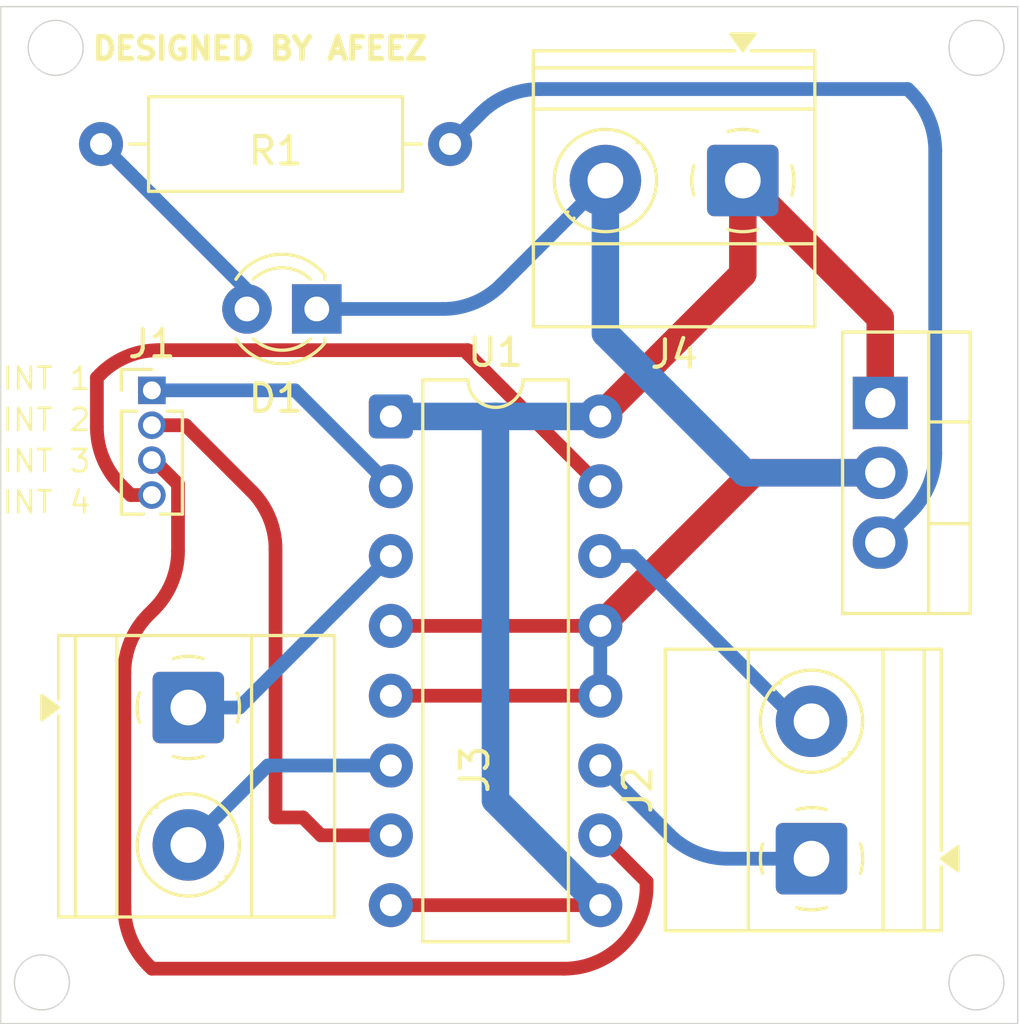
<source format=kicad_pcb>
(kicad_pcb (version 20241229) (generator "pcbnew") (generator_version "9.0")
  (layers (0 "F.Cu" signal) (2 "B.Cu" signal) (13 "F.Paste" user) (15 "B.Paste" user) (5 "F.SilkS" user "F.Silkscreen") (7 "B.SilkS" user "B.Silkscreen") (1 "F.Mask" user) (3 "B.Mask" user) (25 "Edge.Cuts" user))
  (net 0 "")
  (net 1 "GND")
  (net 2 "Net-(D1-A)")
  (net 3 "Net-(J1-Pin_1)")
  (net 4 "Net-(J2-Pin_1)")
  (net 5 "Net-(J2-Pin_2)")
  (net 6 "Net-(J3-Pin_2)")
  (net 7 "Net-(J3-Pin_1)")
  (net 8 "Net-(J4-Pin_1)")
  (net 9 "Net-(U2-OUT)")
  (net 10 "Net-(J1-Pin_2)")
  (net 11 "Net-(J1-Pin_4)")
  (net 12 "Net-(J1-Pin_3)")
  (footprint "TerminalBlock_Phoenix:TerminalBlock_Phoenix_MKDS-1,5-2_1x02_P5.00mm_Horizontal" (layer "F.Cu") (at 232.8275 75 -90)
    (property "Reference" "J3" (at 2.25 -10.4225 270) (layer "F.SilkS"))
    (property "Value" "motor A")
    (fp_line (start -2.62 4.72) (end -0.3 4.72) (stroke (width 0.12)) (layer "F.SilkS"))
    (fp_line (start 0.3 4.72) (end 7.62 4.72) (stroke (width 0.12)) (layer "F.SilkS"))
    (fp_line (start -2.62 4.1) (end 7.62 4.1) (stroke (width 0.12)) (layer "F.SilkS"))
    (fp_line (start -2.62 2.6) (end 7.62 2.6) (stroke (width 0.12)) (layer "F.SilkS"))
    (fp_line (start 3.86 1.367) (end 3.816 1.41) (stroke (width 0.12)) (layer "F.SilkS"))
    (fp_line (start 3.633 1.14) (end 3.589 1.183) (stroke (width 0.12)) (layer "F.SilkS"))
    (fp_line (start 6.411 -1.184) (end 6.367 -1.14) (stroke (width 0.12)) (layer "F.SilkS"))
    (fp_line (start 6.184 -1.411) (end 6.14 -1.367) (stroke (width 0.12)) (layer "F.SilkS"))
    (fp_line (start -2.62 -2.3) (end 7.62 -2.3) (stroke (width 0.12)) (layer "F.SilkS"))
    (fp_line (start -2.62 -5.32) (end -2.62 4.72) (stroke (width 0.12)) (layer "F.SilkS"))
    (fp_line (start -2.62 -5.32) (end 7.62 -5.32) (stroke (width 0.12)) (layer "F.SilkS"))
    (fp_line (start 7.62 -5.32) (end 7.62 4.72) (stroke (width 0.12)) (layer "F.SilkS"))
    (fp_arc (start 0.54 1.78) (mid 0.000355 1.860107) (end -0.539321 1.780206) (stroke (width 0.12)) (layer "F.SilkS"))
    (fp_arc (start -1.78 0.54) (mid -1.860107 0.000355) (end -1.780206 -0.539321) (stroke (width 0.12)) (layer "F.SilkS"))
    (fp_arc (start 1.78 -0.54) (mid 1.860107 -0.000355) (end 1.780206 0.539321) (stroke (width 0.12)) (layer "F.SilkS"))
    (fp_arc (start -0.54 -1.78) (mid -0.000355 -1.860107) (end 0.539321 -1.780206) (stroke (width 0.12)) (layer "F.SilkS"))
    (fp_circle (center 5 0) (end 6.86 0) (stroke (width 0.12)) (fill no) (layer "F.SilkS"))
    (fp_poly (pts (xy 0 4.72) (xy 0.44 5.33) (xy -0.44 5.33) (xy 0 4.72)) (stroke (width 0.12)) (fill yes) (layer "F.SilkS"))
    (pad "1" thru_hole roundrect (at 0 0 270) (size 2.6 2.6) (drill 1.3) (layers "*.Cu" "*.Mask") (roundrect_rratio 0.096154) (net 7 "Net-(J3-Pin_1)"))
    (pad "2" thru_hole circle (at 5 0 270) (size 2.6 2.6) (drill 1.3) (layers "*.Cu" "*.Mask") (net 6 "Net-(J3-Pin_2)"))
  )
  (footprint "TerminalBlock_Phoenix:TerminalBlock_Phoenix_MKDS-1,5-2_1x02_P5.00mm_Horizontal" (layer "F.Cu") (at 255.5 80.5 90)
    (property "Reference" "J2" (at 2.5 -6.32 90) (layer "F.SilkS"))
    (property "Value" "motor B")
    (fp_line (start 7.62 -5.32) (end 7.62 4.72) (stroke (width 0.12)) (layer "F.SilkS"))
    (fp_line (start -2.62 -5.32) (end 7.62 -5.32) (stroke (width 0.12)) (layer "F.SilkS"))
    (fp_line (start -2.62 -5.32) (end -2.62 4.72) (stroke (width 0.12)) (layer "F.SilkS"))
    (fp_line (start -2.62 -2.3) (end 7.62 -2.3) (stroke (width 0.12)) (layer "F.SilkS"))
    (fp_line (start 6.184 -1.411) (end 6.14 -1.367) (stroke (width 0.12)) (layer "F.SilkS"))
    (fp_line (start 6.411 -1.184) (end 6.367 -1.14) (stroke (width 0.12)) (layer "F.SilkS"))
    (fp_line (start 3.633 1.14) (end 3.589 1.183) (stroke (width 0.12)) (layer "F.SilkS"))
    (fp_line (start 3.86 1.367) (end 3.816 1.41) (stroke (width 0.12)) (layer "F.SilkS"))
    (fp_line (start -2.62 2.6) (end 7.62 2.6) (stroke (width 0.12)) (layer "F.SilkS"))
    (fp_line (start -2.62 4.1) (end 7.62 4.1) (stroke (width 0.12)) (layer "F.SilkS"))
    (fp_line (start 0.3 4.72) (end 7.62 4.72) (stroke (width 0.12)) (layer "F.SilkS"))
    (fp_line (start -2.62 4.72) (end -0.3 4.72) (stroke (width 0.12)) (layer "F.SilkS"))
    (fp_arc (start -0.54 -1.78) (mid -0.000355 -1.860107) (end 0.539321 -1.780206) (stroke (width 0.12)) (layer "F.SilkS"))
    (fp_arc (start 1.78 -0.54) (mid 1.860107 -0.000355) (end 1.780206 0.539321) (stroke (width 0.12)) (layer "F.SilkS"))
    (fp_arc (start -1.78 0.54) (mid -1.860107 0.000355) (end -1.780206 -0.539321) (stroke (width 0.12)) (layer "F.SilkS"))
    (fp_arc (start 0.54 1.78) (mid 0.000355 1.860107) (end -0.539321 1.780206) (stroke (width 0.12)) (layer "F.SilkS"))
    (fp_circle (center 5 0) (end 6.86 0) (stroke (width 0.12)) (fill no) (layer "F.SilkS"))
    (fp_poly (pts (xy 0 4.72) (xy 0.44 5.33) (xy -0.44 5.33) (xy 0 4.72)) (stroke (width 0.12)) (fill yes) (layer "F.SilkS"))
    (pad "1" thru_hole roundrect (at 0 0 90) (size 2.6 2.6) (drill 1.3) (layers "*.Cu" "*.Mask") (roundrect_rratio 0.096154) (net 4 "Net-(J2-Pin_1)"))
    (pad "2" thru_hole circle (at 5 0 90) (size 2.6 2.6) (drill 1.3) (layers "*.Cu" "*.Mask") (net 5 "Net-(J2-Pin_2)"))
  )
  (footprint "Resistor_THT:R_Axial_DIN0309_L9.0mm_D3.2mm_P12.70mm_Horizontal" (layer "F.Cu") (at 242.35 54.5 180)
    (property "Reference" "R1" (at 6.35 -0.25 0) (layer "F.SilkS"))
    (property "Value" "1K")
    (fp_line (start 11.66 0) (end 10.97 0) (stroke (width 0.12)) (layer "F.SilkS"))
    (fp_line (start 10.97 1.72) (end 10.97 -1.72) (stroke (width 0.12)) (layer "F.SilkS"))
    (fp_line (start 10.97 -1.72) (end 1.73 -1.72) (stroke (width 0.12)) (layer "F.SilkS"))
    (fp_line (start 1.73 1.72) (end 10.97 1.72) (stroke (width 0.12)) (layer "F.SilkS"))
    (fp_line (start 1.73 -1.72) (end 1.73 1.72) (stroke (width 0.12)) (layer "F.SilkS"))
    (fp_line (start 1.04 0) (end 1.73 0) (stroke (width 0.12)) (layer "F.SilkS"))
    (pad "1" thru_hole circle (at 0 0 180) (size 1.6 1.6) (drill 0.8) (layers "*.Cu" "*.Mask") (net 9 "Net-(U2-OUT)"))
    (pad "2" thru_hole oval (at 12.7 0 180) (size 1.6 1.6) (drill 0.8) (layers "*.Cu" "*.Mask") (net 2 "Net-(D1-A)"))
  )
  (footprint "Package_DIP:DIP-16_W7.62mm" (layer "F.Cu") (at 240.195 64.41)
    (property "Reference" "U1" (at 3.81 -2.33 0) (layer "F.SilkS"))
    (property "Value" "L293D")
    (fp_line (start 1.16 -1.33) (end 1.16 19.11) (stroke (width 0.12)) (layer "F.SilkS"))
    (fp_line (start 1.16 19.11) (end 6.46 19.11) (stroke (width 0.12)) (layer "F.SilkS"))
    (fp_line (start 2.81 -1.33) (end 1.16 -1.33) (stroke (width 0.12)) (layer "F.SilkS"))
    (fp_line (start 6.46 -1.33) (end 4.81 -1.33) (stroke (width 0.12)) (layer "F.SilkS"))
    (fp_line (start 6.46 19.11) (end 6.46 -1.33) (stroke (width 0.12)) (layer "F.SilkS"))
    (fp_arc (start 4.81 -1.33) (mid 3.81 -0.33) (end 2.81 -1.33) (stroke (width 0.12)) (layer "F.SilkS"))
    (pad "1" thru_hole roundrect (at 0 0) (size 1.6 1.6) (drill 0.8) (layers "*.Cu" "*.Mask") (roundrect_rratio 0.15625) (net 8 "Net-(J4-Pin_1)"))
    (pad "2" thru_hole circle (at 0 2.54) (size 1.6 1.6) (drill 0.8) (layers "*.Cu" "*.Mask") (net 3 "Net-(J1-Pin_1)"))
    (pad "3" thru_hole circle (at 0 5.08) (size 1.6 1.6) (drill 0.8) (layers "*.Cu" "*.Mask") (net 7 "Net-(J3-Pin_1)"))
    (pad "4" thru_hole circle (at 0 7.62) (size 1.6 1.6) (drill 0.8) (layers "*.Cu" "*.Mask") (net 1 "GND"))
    (pad "5" thru_hole circle (at 0 10.16) (size 1.6 1.6) (drill 0.8) (layers "*.Cu" "*.Mask") (net 1 "GND"))
    (pad "6" thru_hole circle (at 0 12.7) (size 1.6 1.6) (drill 0.8) (layers "*.Cu" "*.Mask") (net 6 "Net-(J3-Pin_2)"))
    (pad "7" thru_hole circle (at 0 15.24) (size 1.6 1.6) (drill 0.8) (layers "*.Cu" "*.Mask") (net 10 "Net-(J1-Pin_2)"))
    (pad "8" thru_hole circle (at 0 17.78) (size 1.6 1.6) (drill 0.8) (layers "*.Cu" "*.Mask") (net 8 "Net-(J4-Pin_1)"))
    (pad "9" thru_hole circle (at 7.62 17.78) (size 1.6 1.6) (drill 0.8) (layers "*.Cu" "*.Mask") (net 8 "Net-(J4-Pin_1)"))
    (pad "10" thru_hole circle (at 7.62 15.24) (size 1.6 1.6) (drill 0.8) (layers "*.Cu" "*.Mask") (net 12 "Net-(J1-Pin_3)"))
    (pad "11" thru_hole circle (at 7.62 12.7) (size 1.6 1.6) (drill 0.8) (layers "*.Cu" "*.Mask") (net 4 "Net-(J2-Pin_1)"))
    (pad "12" thru_hole circle (at 7.62 10.16) (size 1.6 1.6) (drill 0.8) (layers "*.Cu" "*.Mask") (net 1 "GND"))
    (pad "13" thru_hole circle (at 7.62 7.62) (size 1.6 1.6) (drill 0.8) (layers "*.Cu" "*.Mask") (net 1 "GND"))
    (pad "14" thru_hole circle (at 7.62 5.08) (size 1.6 1.6) (drill 0.8) (layers "*.Cu" "*.Mask") (net 5 "Net-(J2-Pin_2)"))
    (pad "15" thru_hole circle (at 7.62 2.54) (size 1.6 1.6) (drill 0.8) (layers "*.Cu" "*.Mask") (net 11 "Net-(J1-Pin_4)"))
    (pad "16" thru_hole circle (at 7.62 0) (size 1.6 1.6) (drill 0.8) (layers "*.Cu" "*.Mask") (net 8 "Net-(J4-Pin_1)"))
  )
  (footprint "TerminalBlock_Phoenix:TerminalBlock_Phoenix_MKDS-1,5-2_1x02_P5.00mm_Horizontal" (layer "F.Cu") (at 253 55.8275 180)
    (property "Reference" "J4" (at 2.5 -6.32 180) (layer "F.SilkS"))
    (property "Value" "power terminal")
    (fp_line (start 7.62 -5.32) (end 7.62 4.72) (stroke (width 0.12)) (layer "F.SilkS"))
    (fp_line (start 6.411 -1.184) (end 6.367 -1.14) (stroke (width 0.12)) (layer "F.SilkS"))
    (fp_line (start 6.184 -1.411) (end 6.14 -1.367) (stroke (width 0.12)) (layer "F.SilkS"))
    (fp_line (start 3.86 1.367) (end 3.816 1.41) (stroke (width 0.12)) (layer "F.SilkS"))
    (fp_line (start 3.633 1.14) (end 3.589 1.183) (stroke (width 0.12)) (layer "F.SilkS"))
    (fp_line (start 0.3 4.72) (end 7.62 4.72) (stroke (width 0.12)) (layer "F.SilkS"))
    (fp_line (start -2.62 4.72) (end -0.3 4.72) (stroke (width 0.12)) (layer "F.SilkS"))
    (fp_line (start -2.62 4.1) (end 7.62 4.1) (stroke (width 0.12)) (layer "F.SilkS"))
    (fp_line (start -2.62 2.6) (end 7.62 2.6) (stroke (width 0.12)) (layer "F.SilkS"))
    (fp_line (start -2.62 -2.3) (end 7.62 -2.3) (stroke (width 0.12)) (layer "F.SilkS"))
    (fp_line (start -2.62 -5.32) (end 7.62 -5.32) (stroke (width 0.12)) (layer "F.SilkS"))
    (fp_line (start -2.62 -5.32) (end -2.62 4.72) (stroke (width 0.12)) (layer "F.SilkS"))
    (fp_arc (start 1.78 -0.54) (mid 1.860107 -0.000355) (end 1.780206 0.539321) (stroke (width 0.12)) (layer "F.SilkS"))
    (fp_arc (start 0.54 1.78) (mid 0.000355 1.860107) (end -0.539321 1.780206) (stroke (width 0.12)) (layer "F.SilkS"))
    (fp_arc (start -0.54 -1.78) (mid -0.000355 -1.860107) (end 0.539321 -1.780206) (stroke (width 0.12)) (layer "F.SilkS"))
    (fp_arc (start -1.78 0.54) (mid -1.860107 0.000355) (end -1.780206 -0.539321) (stroke (width 0.12)) (layer "F.SilkS"))
    (fp_circle (center 5 0) (end 6.86 0) (stroke (width 0.12)) (fill no) (layer "F.SilkS"))
    (fp_poly (pts (xy 0 4.72) (xy 0.44 5.33) (xy -0.44 5.33) (xy 0 4.72)) (stroke (width 0.12)) (fill yes) (layer "F.SilkS"))
    (pad "1" thru_hole roundrect (at 0 0 180) (size 2.6 2.6) (drill 1.3) (layers "*.Cu" "*.Mask") (roundrect_rratio 0.096154) (net 8 "Net-(J4-Pin_1)"))
    (pad "2" thru_hole circle (at 5 0 180) (size 2.6 2.6) (drill 1.3) (layers "*.Cu" "*.Mask") (net 1 "GND"))
  )
  (footprint "LED_THT:LED_D3.0mm" (layer "F.Cu") (at 237.5 60.5 180)
    (property "Reference" "D1" (at 1.5 -3.25 0) (layer "F.SilkS"))
    (property "Value" "LED")
    (fp_line (start -0.29 1.08) (end -0.29 1.236) (stroke (width 0.12)) (layer "F.SilkS"))
    (fp_line (start -0.29 -1.236) (end -0.29 -1.08) (stroke (width 0.12)) (layer "F.SilkS"))
    (fp_arc (start 2.941397 1.080061) (mid 1.365624 1.987701) (end -0.29 1.235516) (stroke (width 0.12)) (layer "F.SilkS"))
    (fp_arc (start 2.31091 1.080049) (mid 1.269964 1.5) (end 0.229039 1.08) (stroke (width 0.12)) (layer "F.SilkS"))
    (fp_arc (start 0.229039 -1.08) (mid 1.269964 -1.5) (end 2.31091 -1.080049) (stroke (width 0.12)) (layer "F.SilkS"))
    (fp_arc (start -0.29 -1.235516) (mid 1.365624 -1.987701) (end 2.941397 -1.080061) (stroke (width 0.12)) (layer "F.SilkS"))
    (pad "1" thru_hole rect (at 0 0 180) (size 1.8 1.8) (drill 0.9) (layers "*.Cu" "*.Mask") (net 1 "GND"))
    (pad "2" thru_hole circle (at 2.54 0 180) (size 1.8 1.8) (drill 0.9) (layers "*.Cu" "*.Mask") (net 2 "Net-(D1-A)"))
  )
  (footprint "Package_TO_SOT_THT:TO-220-3_Vertical" (layer "F.Cu") (at 258 63.92 -90)
    (property "Reference" "U2" (hide yes))
    (property "Value" "L7805")
    (fp_line (start -2.58 1.371) (end 7.66 1.371) (stroke (width 0.12)) (layer "F.SilkS"))
    (fp_line (start -2.58 -1.76) (end 7.66 -1.76) (stroke (width 0.12)) (layer "F.SilkS"))
    (fp_line (start -2.58 -3.27) (end -2.58 1.371) (stroke (width 0.12)) (layer "F.SilkS"))
    (fp_line (start -2.58 -3.27) (end 7.66 -3.27) (stroke (width 0.12)) (layer "F.SilkS"))
    (fp_line (start 0.69 -3.27) (end 0.69 -1.76) (stroke (width 0.12)) (layer "F.SilkS"))
    (fp_line (start 4.391 -3.27) (end 4.391 -1.76) (stroke (width 0.12)) (layer "F.SilkS"))
    (fp_line (start 7.66 -3.27) (end 7.66 1.371) (stroke (width 0.12)) (layer "F.SilkS"))
    (pad "1" thru_hole rect (at 0 0 270) (size 1.905 2) (drill 1.1) (layers "*.Cu" "*.Mask") (net 8 "Net-(J4-Pin_1)"))
    (pad "2" thru_hole oval (at 2.54 0 270) (size 1.905 2) (drill 1.1) (layers "*.Cu" "*.Mask") (net 1 "GND"))
    (pad "3" thru_hole oval (at 5.08 0 270) (size 1.905 2) (drill 1.1) (layers "*.Cu" "*.Mask") (net 9 "Net-(U2-OUT)"))
  )
  (footprint "Connector_PinHeader_1.27mm:PinHeader_1x04_P1.27mm_Vertical" (layer "F.Cu") (at 231.5 63.46)
    (property "Reference" "J1" (at 0 -1.695 0) (layer "F.SilkS"))
    (property "Value" "control pins")
    (fp_line (start -1.11 -0.76) (end 0 -0.76) (stroke (width 0.12)) (layer "F.SilkS"))
    (fp_line (start -1.11 0) (end -1.11 -0.76) (stroke (width 0.12)) (layer "F.SilkS"))
    (fp_line (start -1.11 0.76) (end -1.11 4.505) (stroke (width 0.12)) (layer "F.SilkS"))
    (fp_line (start -1.11 0.76) (end -0.563471 0.76) (stroke (width 0.12)) (layer "F.SilkS"))
    (fp_line (start -1.11 4.505) (end -0.30753 4.505) (stroke (width 0.12)) (layer "F.SilkS"))
    (fp_line (start 0.30753 4.505) (end 1.11 4.505) (stroke (width 0.12)) (layer "F.SilkS"))
    (fp_line (start 0.563471 0.76) (end 1.11 0.76) (stroke (width 0.12)) (layer "F.SilkS"))
    (fp_line (start 1.11 0.76) (end 1.11 4.505) (stroke (width 0.12)) (layer "F.SilkS"))
    (pad "1" thru_hole rect (at 0 0) (size 1 1) (drill 0.65) (layers "*.Cu" "*.Mask") (net 3 "Net-(J1-Pin_1)"))
    (pad "2" thru_hole oval (at 0 1.27) (size 1 1) (drill 0.65) (layers "*.Cu" "*.Mask") (net 10 "Net-(J1-Pin_2)"))
    (pad "3" thru_hole oval (at 0 2.54) (size 1 1) (drill 0.65) (layers "*.Cu" "*.Mask") (net 12 "Net-(J1-Pin_3)"))
    (pad "4" thru_hole oval (at 0 3.81) (size 1 1) (drill 0.65) (layers "*.Cu" "*.Mask") (net 11 "Net-(J1-Pin_4)"))
  )
  (gr_circle (center 228 51) (end 229 51) (stroke (width 0.05)) (fill no) (layer "Edge.Cuts"))
  (gr_rect (start 226 49.5) (end 263 86.5) (stroke (width 0.05)) (fill no) (layer "Edge.Cuts"))
  (gr_circle (center 261.5 51) (end 262.5 51) (stroke (width 0.05)) (fill no) (layer "Edge.Cuts"))
  (gr_circle (center 261.5 85) (end 262.5 85) (stroke (width 0.05)) (fill no) (layer "Edge.Cuts"))
  (gr_circle (center 227.5 85) (end 228.5 85) (stroke (width 0.05)) (fill no) (layer "Edge.Cuts"))
  (gr_text "INT 4" (at 226 68 0) (layer "F.SilkS") (effects (font (size 0.8 0.8) (thickness 0.1)) (justify left bottom)))
  (gr_text "INT 3" (at 226 66.5 0) (layer "F.SilkS") (effects (font (size 0.8 0.8) (thickness 0.1)) (justify left bottom)))
  (gr_text "INT 2" (at 226 65 0) (layer "F.SilkS") (effects (font (size 0.8 0.8) (thickness 0.1)) (justify left bottom)))
  (gr_text "INT 1" (at 226 63.5 0) (layer "F.SilkS") (effects (font (size 0.8 0.8) (thickness 0.1)) (justify left bottom)))
  (gr_text "DESIGNED BY AFEEZ" (at 229.25 51.5 0) (layer "F.SilkS") (effects (font (size 0.8 0.8) (thickness 0.2) (bold yes)) (justify left bottom)))
  (segment (start 240.195 72.03) (end 247.815 72.03) (width 0.5) (layer "F.Cu") (net 1))
  (segment (start 258 66.46) (end 253.385 66.46) (width 1) (layer "F.Cu") (net 1))
  (segment (start 247.815 74.57) (end 240.195 74.57) (width 0.5) (layer "F.Cu") (net 1))
  (segment (start 253.385 66.46) (end 247.815 72.03) (width 1) (layer "F.Cu") (net 1))
  (segment (start 244.20618 59.62132) (end 248 55.8275) (width 0.5) (layer "B.Cu") (net 1))
  (segment (start 248 55.8275) (end 248 61.385902) (width 1) (layer "B.Cu") (net 1))
  (segment (start 247.815 74.57) (end 247.815 72.03) (width 0.5) (layer "B.Cu") (net 1))
  (segment (start 248 61.385902) (end 253.074098 66.46) (width 1) (layer "B.Cu") (net 1))
  (segment (start 237.5 60.5) (end 242.084859 60.5) (width 0.5) (layer "B.Cu") (net 1))
  (segment (start 253.074098 66.46) (end 258 66.46) (width 1) (layer "B.Cu") (net 1))
  (arc (start 242.084859 60.5) (mid 243.23291 60.271638) (end 244.20618 59.62132) (width 0.5) (layer "B.Cu") (net 1))
  (segment (start 229.65 54.5) (end 234.96 59.81) (width 0.5) (layer "B.Cu") (net 2))
  (segment (start 236.705 63.46) (end 231.5 63.46) (width 0.5) (layer "B.Cu") (net 3))
  (segment (start 240.195 66.95) (end 236.705 63.46) (width 0.5) (layer "B.Cu") (net 3))
  (segment (start 255.5 80.5) (end 252.447641 80.5) (width 0.5) (layer "B.Cu") (net 4))
  (segment (start 250.32632 79.62132) (end 247.815 77.11) (width 0.5) (layer "B.Cu") (net 4))
  (arc (start 252.447641 80.5) (mid 251.29959 80.271638) (end 250.32632 79.62132) (width 0.5) (layer "B.Cu") (net 4))
  (segment (start 248.99 69.49) (end 247.815 69.49) (width 0.5) (layer "B.Cu") (net 5))
  (segment (start 255 75.5) (end 248.99 69.49) (width 0.5) (layer "B.Cu") (net 5))
  (segment (start 255.5 75.5) (end 255 75.5) (width 0.5) (layer "B.Cu") (net 5))
  (segment (start 232.8275 80) (end 235.7175 77.11) (width 0.5) (layer "B.Cu") (net 6))
  (segment (start 235.7175 77.11) (end 240.195 77.11) (width 0.5) (layer "B.Cu") (net 6))
  (segment (start 232.8275 75) (end 234.685 75) (width 0.5) (layer "B.Cu") (net 7))
  (segment (start 234.685 75) (end 240.195 69.49) (width 0.5) (layer "B.Cu") (net 7))
  (segment (start 247.815 82.19) (end 240.195 82.19) (width 0.5) (layer "F.Cu") (net 8))
  (segment (start 253 55.8275) (end 253 59.225) (width 1) (layer "F.Cu") (net 8))
  (segment (start 258 63.92) (end 258 60.8275) (width 1) (layer "F.Cu") (net 8))
  (segment (start 258 60.8275) (end 253 55.8275) (width 1) (layer "F.Cu") (net 8))
  (segment (start 253 59.225) (end 247.815 64.41) (width 1) (layer "F.Cu") (net 8))
  (segment (start 244 78.375) (end 244 64.41) (width 1) (layer "B.Cu") (net 8))
  (segment (start 247.815 64.41) (end 244 64.41) (width 1) (layer "B.Cu") (net 8))
  (segment (start 244 64.41) (end 240.195 64.41) (width 1) (layer "B.Cu") (net 8))
  (segment (start 247.815 82.19) (end 244 78.375) (width 1) (layer "B.Cu") (net 8))
  (segment (start 259 52.5) (end 259.121321 52.621321) (width 0.5) (layer "B.Cu") (net 9))
  (segment (start 242.35 54.5) (end 243.471321 53.378679) (width 0.5) (layer "B.Cu") (net 9))
  (segment (start 259.12132 67.87868) (end 258 69) (width 0.5) (layer "B.Cu") (net 9))
  (segment (start 260 54.742641) (end 260 65.757359) (width 0.5) (layer "B.Cu") (net 9))
  (segment (start 245.592641 52.5) (end 259 52.5) (width 0.5) (layer "B.Cu") (net 9))
  (arc (start 243.471321 53.378679) (mid 244.444591 52.728361) (end 245.592641 52.5) (width 0.5) (layer "B.Cu") (net 9))
  (arc (start 259.12132 67.87868) (mid 259.771639 66.90541) (end 260 65.757359) (width 0.5) (layer "B.Cu") (net 9))
  (arc (start 260 54.742641) (mid 259.771639 53.594591) (end 259.121321 52.621321) (width 0.5) (layer "B.Cu") (net 9))
  (segment (start 237 79) (end 237.65 79.65) (width 0.5) (layer "F.Cu") (net 10))
  (segment (start 231.5 64.73) (end 232.73 64.73) (width 0.5) (layer "F.Cu") (net 10))
  (segment (start 237.65 79.65) (end 240.195 79.65) (width 0.5) (layer "F.Cu") (net 10))
  (segment (start 232.73 64.73) (end 235.121321 67.121321) (width 0.5) (layer "F.Cu") (net 10))
  (segment (start 236 79) (end 237 79) (width 0.5) (layer "F.Cu") (net 10))
  (segment (start 236 69.242641) (end 236 79) (width 0.5) (layer "F.Cu") (net 10))
  (arc (start 235.121321 67.121321) (mid 235.771639 68.094591) (end 236 69.242641) (width 0.5) (layer "F.Cu") (net 10))
  (segment (start 243 62.135) (end 247.815 66.95) (width 0.5) (layer "F.Cu") (net 11))
  (segment (start 243 62) (end 243 62.135) (width 0.5) (layer "F.Cu") (net 11))
  (segment (start 231.742641 62) (end 243 62) (width 0.5) (layer "F.Cu") (net 11))
  (segment (start 229.5 63) (end 229.621321 62.878679) (width 0.5) (layer "F.Cu") (net 11))
  (segment (start 231.5 67.27) (end 230.73 67.27) (width 0.5) (layer "F.Cu") (net 11))
  (segment (start 230.73 67.27) (end 230.378679 66.918679) (width 0.5) (layer "F.Cu") (net 11))
  (segment (start 229.5 64.797359) (end 229.5 63) (width 0.5) (layer "F.Cu") (net 11))
  (arc (start 230.378679 66.918679) (mid 229.728361 65.945409) (end 229.5 64.797359) (width 0.5) (layer "F.Cu") (net 11))
  (arc (start 231.742641 62) (mid 230.594591 62.228361) (end 229.621321 62.878679) (width 0.5) (layer "F.Cu") (net 11))
  (segment (start 232.451 66.876082) (end 232.451 69.306359) (width 0.5) (layer "F.Cu") (net 12))
  (segment (start 231.574918 66) (end 232.451 66.876082) (width 0.5) (layer "F.Cu") (net 12))
  (segment (start 230.5 73.742641) (end 230.5 82.257359) (width 0.5) (layer "F.Cu") (net 12))
  (segment (start 231.5 66) (end 231.574918 66) (width 0.5) (layer "F.Cu") (net 12))
  (segment (start 249.5 81.335) (end 247.815 79.65) (width 0.5) (layer "F.Cu") (net 12))
  (segment (start 231.5 84.5) (end 246.5 84.5) (width 0.5) (layer "F.Cu") (net 12))
  (segment (start 231.37868 84.37868) (end 231.5 84.5) (width 0.5) (layer "F.Cu") (net 12))
  (segment (start 231.57232 71.42768) (end 231.378679 71.621321) (width 0.5) (layer "F.Cu") (net 12))
  (segment (start 249.5 81.5) (end 249.5 81.335) (width 0.5) (layer "F.Cu") (net 12))
  (arc (start 249.5 81.5) (mid 248.62132 83.62132) (end 246.5 84.5) (width 0.5) (layer "F.Cu") (net 12))
  (arc (start 230.5 73.742641) (mid 230.728361 72.594591) (end 231.378679 71.621321) (width 0.5) (layer "F.Cu") (net 12))
  (arc (start 232.451 69.306359) (mid 232.222638 70.45441) (end 231.57232 71.42768) (width 0.5) (layer "F.Cu") (net 12))
  (arc (start 231.37868 84.37868) (mid 230.728361 83.40541) (end 230.5 82.257359) (width 0.5) (layer "F.Cu") (net 12))
)
</source>
